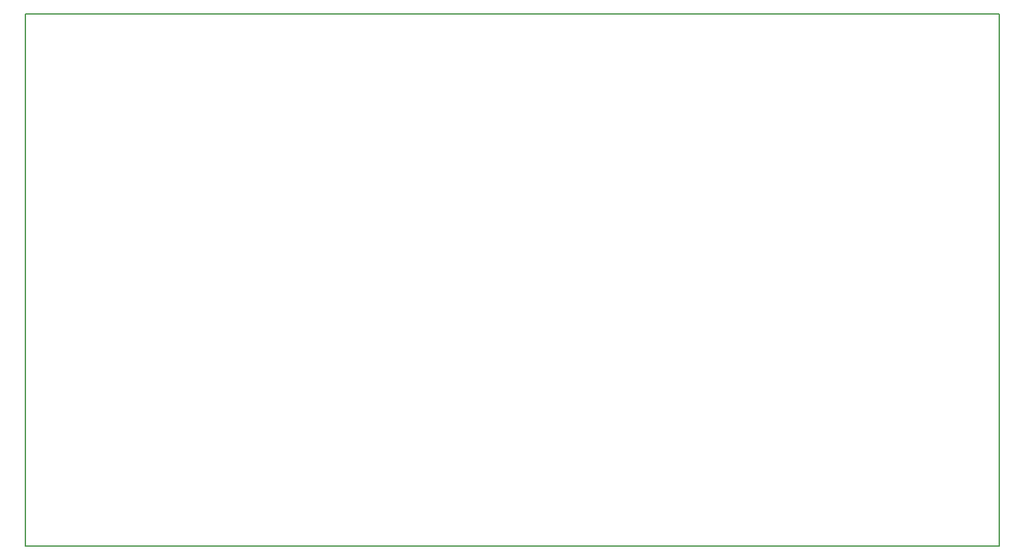
<source format=gm1>
G04*
G04 #@! TF.GenerationSoftware,Altium Limited,Altium Designer,20.0.9 (164)*
G04*
G04 Layer_Color=16711935*
%FSLAX25Y25*%
%MOIN*%
G70*
G01*
G75*
%ADD10C,0.00787*%
D10*
X506890Y278740D02*
X509449D01*
X-2362Y-787D02*
X509449D01*
X-2362Y278740D02*
X509449D01*
Y278740D02*
X509449Y-787D01*
X-2362Y278740D02*
X-2362Y-787D01*
M02*

</source>
